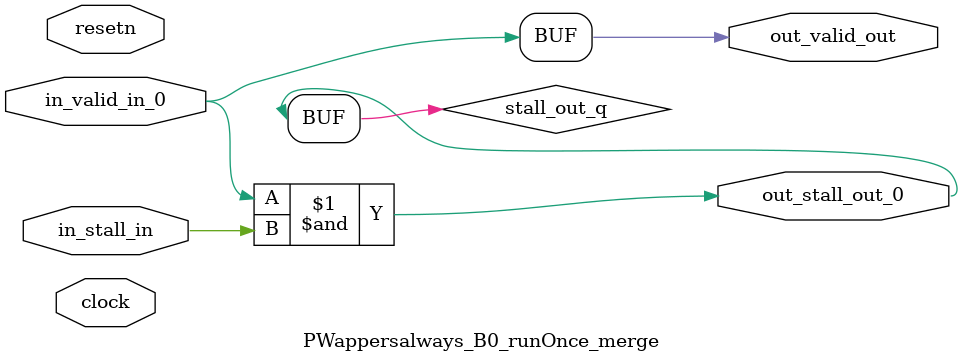
<source format=sv>



(* altera_attribute = "-name AUTO_SHIFT_REGISTER_RECOGNITION OFF; -name MESSAGE_DISABLE 10036; -name MESSAGE_DISABLE 10037; -name MESSAGE_DISABLE 14130; -name MESSAGE_DISABLE 14320; -name MESSAGE_DISABLE 15400; -name MESSAGE_DISABLE 14130; -name MESSAGE_DISABLE 10036; -name MESSAGE_DISABLE 12020; -name MESSAGE_DISABLE 12030; -name MESSAGE_DISABLE 12010; -name MESSAGE_DISABLE 12110; -name MESSAGE_DISABLE 14320; -name MESSAGE_DISABLE 13410; -name MESSAGE_DISABLE 113007; -name MESSAGE_DISABLE 10958" *)
module PWappersalways_B0_runOnce_merge (
    input wire [0:0] in_stall_in,
    input wire [0:0] in_valid_in_0,
    output wire [0:0] out_stall_out_0,
    output wire [0:0] out_valid_out,
    input wire clock,
    input wire resetn
    );

    wire [0:0] stall_out_q;


    // stall_out(LOGICAL,6)
    assign stall_out_q = in_valid_in_0 & in_stall_in;

    // out_stall_out_0(GPOUT,4)
    assign out_stall_out_0 = stall_out_q;

    // out_valid_out(GPOUT,5)
    assign out_valid_out = in_valid_in_0;

endmodule

</source>
